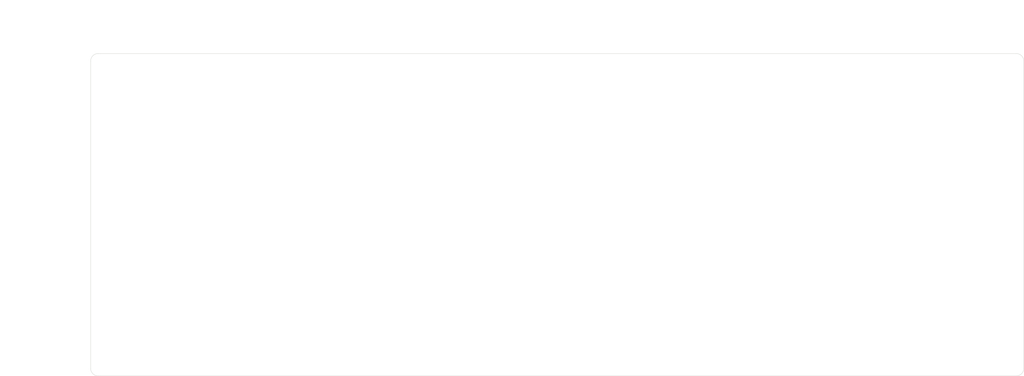
<source format=kicad_pcb>
(kicad_pcb (version 20221018) (generator pcbnew)
  (title_block (title "Slab40 SwitchFoam") (date "2024-08-09") (rev "v1.0") (company "@ymkn"))
  (layers (0 "F.Cu" signal) (31 "B.Cu" signal) (34 "B.Paste" user) (35 "F.Paste" user) (36 "B.SilkS" user "B.Silkscreen") (37 "F.SilkS" user "F.Silkscreen") (38 "B.Mask" user) (39 "F.Mask" user) (44 "Edge.Cuts" user))
  (net 0 "")
  (footprint "SwitchFoam:SwitchFoam_Stab_MX_2u" (layer "F.Cu") (at 264.31875 114.3)
    (fp_text reference "REF**" hide)
    (fp_text value "SwitchFoam_Stab_MX_2u" hide)
    (pad "" np_thru_hole circle (at -11.90625 -6.985) (size 3.5 3.5) (drill 3.5) (layers "F&B.Cu" "*.Mask"))
    (pad "" np_thru_hole circle (at -11.90625 8.255) (size 4 4) (drill 4) (layers "F&B.Cu" "*.Mask"))
    (pad "" np_thru_hole circle (at 11.90625 -6.985) (size 3.5 3.5) (drill 3.5) (layers "F&B.Cu" "*.Mask"))
    (pad "" np_thru_hole circle (at 11.90625 8.255) (size 4 4) (drill 4) (layers "F&B.Cu" "*.Mask"))
  )
  (footprint "SwitchFoam:SwitchFoam_Stab_MX_2u" (layer "F.Cu") (at 173.83125 114.3)
    (fp_text reference "REF**" hide)
    (fp_text value "SwitchFoam_Stab_MX_2u" hide)
    (pad "" np_thru_hole circle (at -11.90625 -6.985) (size 3.5 3.5) (drill 3.5) (layers "F&B.Cu" "*.Mask"))
    (pad "" np_thru_hole circle (at -11.90625 8.255) (size 4 4) (drill 4) (layers "F&B.Cu" "*.Mask"))
    (pad "" np_thru_hole circle (at 11.90625 -6.985) (size 3.5 3.5) (drill 3.5) (layers "F&B.Cu" "*.Mask"))
    (pad "" np_thru_hole circle (at 11.90625 8.255) (size 4 4) (drill 4) (layers "F&B.Cu" "*.Mask"))
  )
  (footprint "SwitchFoam:SwitchFoam_Stab_MX_2.75u" (layer "F.Cu") (at 219.075 114.3)
    (fp_text reference "REF**" hide)
    (fp_text value "SwitchFoam_Stab_MX_2.75u" hide)
    (pad "" np_thru_hole circle (at -11.90625 -6.985) (size 3.5 3.5) (drill 3.5) (layers "F&B.Cu" "*.Mask"))
    (pad "" np_thru_hole circle (at -11.90625 8.255) (size 4 4) (drill 4) (layers "F&B.Cu" "*.Mask"))
    (pad "" np_thru_hole circle (at 11.90625 -6.985) (size 3.5 3.5) (drill 3.5) (layers "F&B.Cu" "*.Mask"))
    (pad "" np_thru_hole circle (at 11.90625 8.255) (size 4 4) (drill 4) (layers "F&B.Cu" "*.Mask"))
  )
  (footprint "SwitchFoam:SwitchFoam_1u" (layer "B.Cu") (at 214.3125 95.25 180)
    (fp_text reference "SW20" hide)
    (fp_text value "SW_Push" hide)
    (pad "" np_thru_hole circle (at -5.08 0 180) (size 2 2) (drill 2) (layers "F&B.Cu" "*.Mask"))
    (pad "" np_thru_hole circle (at 0 0 180) (size 4 4) (drill 4) (layers "F&B.Cu" "*.Mask"))
    (pad "" np_thru_hole circle (at 5.08 0 180) (size 2 2) (drill 2) (layers "F&B.Cu" "*.Mask"))
  )
  (footprint "SwitchFoam:SwitchFoam_1u" (layer "B.Cu") (at 264.31875 114.3 180)
    (fp_text reference "SW31" hide)
    (fp_text value "SW_Push" hide)
    (pad "" np_thru_hole circle (at -5.08 0 180) (size 2 2) (drill 2) (layers "F&B.Cu" "*.Mask"))
    (pad "" np_thru_hole circle (at 0 0 180) (size 4 4) (drill 4) (layers "F&B.Cu" "*.Mask"))
    (pad "" np_thru_hole circle (at 5.08 0 180) (size 2 2) (drill 2) (layers "F&B.Cu" "*.Mask"))
  )
  (footprint "SwitchFoam:SwitchFoam_1u" (layer "B.Cu") (at 128.5875 57.15 180)
    (fp_text reference "SW5" hide)
    (fp_text value "SW_Push" hide)
    (pad "" np_thru_hole circle (at -5.08 0 180) (size 2 2) (drill 2) (layers "F&B.Cu" "*.Mask"))
    (pad "" np_thru_hole circle (at 0 0 180) (size 4 4) (drill 4) (layers "F&B.Cu" "*.Mask"))
    (pad "" np_thru_hole circle (at 5.08 0 180) (size 2 2) (drill 2) (layers "F&B.Cu" "*.Mask"))
  )
  (footprint "SwitchFoam:SwitchFoam_1.5u" (layer "B.Cu") (at 328.6125 114.3 180)
    (fp_text reference "SW41" hide)
    (fp_text value "SW_Push" hide)
    (pad "" np_thru_hole circle (at -5.08 0 180) (size 2 2) (drill 2) (layers "F&B.Cu" "*.Mask"))
    (pad "" np_thru_hole circle (at 0 0 180) (size 4 4) (drill 4) (layers "F&B.Cu" "*.Mask"))
    (pad "" np_thru_hole circle (at 5.08 0 180) (size 2 2) (drill 2) (layers "F&B.Cu" "*.Mask"))
  )
  (footprint "SwitchFoam:SwitchFoam_1u" (layer "B.Cu") (at 147.6375 57.15 180)
    (fp_text reference "SW8" hide)
    (fp_text value "SW_Push" hide)
    (pad "" np_thru_hole circle (at -5.08 0 180) (size 2 2) (drill 2) (layers "F&B.Cu" "*.Mask"))
    (pad "" np_thru_hole circle (at 0 0 180) (size 4 4) (drill 4) (layers "F&B.Cu" "*.Mask"))
    (pad "" np_thru_hole circle (at 5.08 0 180) (size 2 2) (drill 2) (layers "F&B.Cu" "*.Mask"))
  )
  (footprint "SwitchFoam:SwitchFoam_1u" (layer "B.Cu") (at 285.75 76.2 180)
    (fp_text reference "SW33" hide)
    (fp_text value "SW_Push" hide)
    (pad "" np_thru_hole circle (at -5.08 0 180) (size 2 2) (drill 2) (layers "F&B.Cu" "*.Mask"))
    (pad "" np_thru_hole circle (at 0 0 180) (size 4 4) (drill 4) (layers "F&B.Cu" "*.Mask"))
    (pad "" np_thru_hole circle (at 5.08 0 180) (size 2 2) (drill 2) (layers "F&B.Cu" "*.Mask"))
  )
  (footprint "SwitchFoam:SwitchFoam_1u" (layer "B.Cu") (at 290.5125 95.25 180)
    (fp_text reference "SW34" hide)
    (fp_text value "SW_Push" hide)
    (pad "" np_thru_hole circle (at -5.08 0 180) (size 2 2) (drill 2) (layers "F&B.Cu" "*.Mask"))
    (pad "" np_thru_hole circle (at 0 0 180) (size 4 4) (drill 4) (layers "F&B.Cu" "*.Mask"))
    (pad "" np_thru_hole circle (at 5.08 0 180) (size 2 2) (drill 2) (layers "F&B.Cu" "*.Mask"))
  )
  (footprint "SwitchFoam:SwitchFoam_1u" (layer "B.Cu") (at 271.4625 95.25 180)
    (fp_text reference "SW30" hide)
    (fp_text value "SW_Push" hide)
    (pad "" np_thru_hole circle (at -5.08 0 180) (size 2 2) (drill 2) (layers "F&B.Cu" "*.Mask"))
    (pad "" np_thru_hole circle (at 0 0 180) (size 4 4) (drill 4) (layers "F&B.Cu" "*.Mask"))
    (pad "" np_thru_hole circle (at 5.08 0 180) (size 2 2) (drill 2) (layers "F&B.Cu" "*.Mask"))
  )
  (footprint "SwitchFoam:SwitchFoam_1u" (layer "B.Cu") (at 309.5625 95.25 180)
    (fp_text reference "SW37" hide)
    (fp_text value "SW_Push" hide)
    (pad "" np_thru_hole circle (at -5.08 0 180) (size 2 2) (drill 2) (layers "F&B.Cu" "*.Mask"))
    (pad "" np_thru_hole circle (at 0 0 180) (size 4 4) (drill 4) (layers "F&B.Cu" "*.Mask"))
    (pad "" np_thru_hole circle (at 5.08 0 180) (size 2 2) (drill 2) (layers "F&B.Cu" "*.Mask"))
  )
  (footprint "SwitchFoam:SwitchFoam_1u" (layer "B.Cu") (at 173.83125 114.3 180)
    (fp_text reference "SW14" hide)
    (fp_text value "SW_Push" hide)
    (pad "" np_thru_hole circle (at -5.08 0 180) (size 2 2) (drill 2) (layers "F&B.Cu" "*.Mask"))
    (pad "" np_thru_hole circle (at 0 0 180) (size 4 4) (drill 4) (layers "F&B.Cu" "*.Mask"))
    (pad "" np_thru_hole circle (at 5.08 0 180) (size 2 2) (drill 2) (layers "F&B.Cu" "*.Mask"))
  )
  (footprint "SwitchFoam:SwitchFoam_1.5u" (layer "B.Cu") (at 328.6125 76.2 180)
    (fp_text reference "SW39" hide)
    (fp_text value "SW_Push" hide)
    (pad "" np_thru_hole circle (at -5.08 0 180) (size 2 2) (drill 2) (layers "F&B.Cu" "*.Mask"))
    (pad "" np_thru_hole circle (at 0 0 180) (size 4 4) (drill 4) (layers "F&B.Cu" "*.Mask"))
    (pad "" np_thru_hole circle (at 5.08 0 180) (size 2 2) (drill 2) (layers "F&B.Cu" "*.Mask"))
  )
  (footprint "SwitchFoam:SwitchFoam_1.75u" (layer "B.Cu") (at 326.23125 57.15 180)
    (fp_text reference "SW38" hide)
    (fp_text value "SW_Push" hide)
    (pad "" np_thru_hole circle (at -5.08 0 180) (size 2 2) (drill 2) (layers "F&B.Cu" "*.Mask"))
    (pad "" np_thru_hole circle (at 0 0 180) (size 4 4) (drill 4) (layers "F&B.Cu" "*.Mask"))
    (pad "" np_thru_hole circle (at 5.08 0 180) (size 2 2) (drill 2) (layers "F&B.Cu" "*.Mask"))
  )
  (footprint "SwitchFoam:SwitchFoam_1u" (layer "B.Cu") (at 152.4 76.2 180)
    (fp_text reference "SW9" hide)
    (fp_text value "SW_Push" hide)
    (pad "" np_thru_hole circle (at -5.08 0 180) (size 2 2) (drill 2) (layers "F&B.Cu" "*.Mask"))
    (pad "" np_thru_hole circle (at 0 0 180) (size 4 4) (drill 4) (layers "F&B.Cu" "*.Mask"))
    (pad "" np_thru_hole circle (at 5.08 0 180) (size 2 2) (drill 2) (layers "F&B.Cu" "*.Mask"))
  )
  (footprint "SwitchFoam:SwitchFoam_1.25u" (layer "B.Cu") (at 330.99375 95.25 180)
    (fp_text reference "SW40" hide)
    (fp_text value "SW_Push" hide)
    (pad "" np_thru_hole circle (at -5.08 0 180) (size 2 2) (drill 2) (layers "F&B.Cu" "*.Mask"))
    (pad "" np_thru_hole circle (at 0 0 180) (size 4 4) (drill 4) (layers "F&B.Cu" "*.Mask"))
    (pad "" np_thru_hole circle (at 5.08 0 180) (size 2 2) (drill 2) (layers "F&B.Cu" "*.Mask"))
  )
  (footprint "SwitchFoam:SwitchFoam_1u" (layer "B.Cu") (at 171.45 76.2 180)
    (fp_text reference "SW12" hide)
    (fp_text value "SW_Push" hide)
    (pad "" np_thru_hole circle (at -5.08 0 180) (size 2 2) (drill 2) (layers "F&B.Cu" "*.Mask"))
    (pad "" np_thru_hole circle (at 0 0 180) (size 4 4) (drill 4) (layers "F&B.Cu" "*.Mask"))
    (pad "" np_thru_hole circle (at 5.08 0 180) (size 2 2) (drill 2) (layers "F&B.Cu" "*.Mask"))
  )
  (footprint "SwitchFoam:SwitchFoam_1u" (layer "B.Cu") (at 228.6 76.2 180)
    (fp_text reference "SW23" hide)
    (fp_text value "SW_Push" hide)
    (pad "" np_thru_hole circle (at -5.08 0 180) (size 2 2) (drill 2) (layers "F&B.Cu" "*.Mask"))
    (pad "" np_thru_hole circle (at 0 0 180) (size 4 4) (drill 4) (layers "F&B.Cu" "*.Mask"))
    (pad "" np_thru_hole circle (at 5.08 0 180) (size 2 2) (drill 2) (layers "F&B.Cu" "*.Mask"))
  )
  (footprint "SwitchFoam:SwitchFoam_1u" (layer "B.Cu") (at 190.5 76.2 180)
    (fp_text reference "SW16" hide)
    (fp_text value "SW_Push" hide)
    (pad "" np_thru_hole circle (at -5.08 0 180) (size 2 2) (drill 2) (layers "F&B.Cu" "*.Mask"))
    (pad "" np_thru_hole circle (at 0 0 180) (size 4 4) (drill 4) (layers "F&B.Cu" "*.Mask"))
    (pad "" np_thru_hole circle (at 5.08 0 180) (size 2 2) (drill 2) (layers "F&B.Cu" "*.Mask"))
  )
  (footprint "SwitchFoam:SwitchFoam_1u" (layer "B.Cu") (at 261.9375 57.15 180)
    (fp_text reference "SW28" hide)
    (fp_text value "SW_Push" hide)
    (pad "" np_thru_hole circle (at -5.08 0 180) (size 2 2) (drill 2) (layers "F&B.Cu" "*.Mask"))
    (pad "" np_thru_hole circle (at 0 0 180) (size 4 4) (drill 4) (layers "F&B.Cu" "*.Mask"))
    (pad "" np_thru_hole circle (at 5.08 0 180) (size 2 2) (drill 2) (layers "F&B.Cu" "*.Mask"))
  )
  (footprint "SwitchFoam:SwitchFoam_1u" (layer "B.Cu") (at 252.4125 95.25 180)
    (fp_text reference "SW27" hide)
    (fp_text value "SW_Push" hide)
    (pad "" np_thru_hole circle (at -5.08 0 180) (size 2 2) (drill 2) (layers "F&B.Cu" "*.Mask"))
    (pad "" np_thru_hole circle (at 0 0 180) (size 4 4) (drill 4) (layers "F&B.Cu" "*.Mask"))
    (pad "" np_thru_hole circle (at 5.08 0 180) (size 2 2) (drill 2) (layers "F&B.Cu" "*.Mask"))
  )
  (footprint "SwitchFoam:SwitchFoam_1u" (layer "B.Cu") (at 157.1625 95.25 180)
    (fp_text reference "SW10" hide)
    (fp_text value "SW_Push" hide)
    (pad "" np_thru_hole circle (at -5.08 0 180) (size 2 2) (drill 2) (layers "F&B.Cu" "*.Mask"))
    (pad "" np_thru_hole circle (at 0 0 180) (size 4 4) (drill 4) (layers "F&B.Cu" "*.Mask"))
    (pad "" np_thru_hole circle (at 5.08 0 180) (size 2 2) (drill 2) (layers "F&B.Cu" "*.Mask"))
  )
  (footprint "SwitchFoam:SwitchFoam_1u" (layer "B.Cu") (at 242.8875 57.15 180)
    (fp_text reference "SW25" hide)
    (fp_text value "SW_Push" hide)
    (pad "" np_thru_hole circle (at -5.08 0 180) (size 2 2) (drill 2) (layers "F&B.Cu" "*.Mask"))
    (pad "" np_thru_hole circle (at 0 0 180) (size 4 4) (drill 4) (layers "F&B.Cu" "*.Mask"))
    (pad "" np_thru_hole circle (at 5.08 0 180) (size 2 2) (drill 2) (layers "F&B.Cu" "*.Mask"))
  )
  (footprint "SwitchFoam:SwitchFoam_1u" (layer "B.Cu") (at 195.2625 95.25 180)
    (fp_text reference "SW17" hide)
    (fp_text value "SW_Push" hide)
    (pad "" np_thru_hole circle (at -5.08 0 180) (size 2 2) (drill 2) (layers "F&B.Cu" "*.Mask"))
    (pad "" np_thru_hole circle (at 0 0 180) (size 4 4) (drill 4) (layers "F&B.Cu" "*.Mask"))
    (pad "" np_thru_hole circle (at 5.08 0 180) (size 2 2) (drill 2) (layers "F&B.Cu" "*.Mask"))
  )
  (footprint "SwitchFoam:SwitchFoam_1.25u" (layer "B.Cu") (at 107.15625 57.15 180)
    (fp_text reference "SW1" hide)
    (fp_text value "SW_Push" hide)
    (pad "" np_thru_hole circle (at -5.08 0 180) (size 2 2) (drill 2) (layers "F&B.Cu" "*.Mask"))
    (pad "" np_thru_hole circle (at 0 0 180) (size 4 4) (drill 4) (layers "F&B.Cu" "*.Mask"))
    (pad "" np_thru_hole circle (at 5.08 0 180) (size 2 2) (drill 2) (layers "F&B.Cu" "*.Mask"))
  )
  (footprint "SwitchFoam:SwitchFoam_1u" (layer "B.Cu") (at 176.2125 95.25 180)
    (fp_text reference "SW13" hide)
    (fp_text value "SW_Push" hide)
    (pad "" np_thru_hole circle (at -5.08 0 180) (size 2 2) (drill 2) (layers "F&B.Cu" "*.Mask"))
    (pad "" np_thru_hole circle (at 0 0 180) (size 4 4) (drill 4) (layers "F&B.Cu" "*.Mask"))
    (pad "" np_thru_hole circle (at 5.08 0 180) (size 2 2) (drill 2) (layers "F&B.Cu" "*.Mask"))
  )
  (footprint "SwitchFoam:SwitchFoam_1u" (layer "B.Cu") (at 185.7375 57.15 180)
    (fp_text reference "SW15" hide)
    (fp_text value "SW_Push" hide)
    (pad "" np_thru_hole circle (at -5.08 0 180) (size 2 2) (drill 2) (layers "F&B.Cu" "*.Mask"))
    (pad "" np_thru_hole circle (at 0 0 180) (size 4 4) (drill 4) (layers "F&B.Cu" "*.Mask"))
    (pad "" np_thru_hole circle (at 5.08 0 180) (size 2 2) (drill 2) (layers "F&B.Cu" "*.Mask"))
  )
  (footprint "SwitchFoam:SwitchFoam_1u" (layer "B.Cu") (at 300.0375 57.15 180)
    (fp_text reference "SW35" hide)
    (fp_text value "SW_Push" hide)
    (pad "" np_thru_hole circle (at -5.08 0 180) (size 2 2) (drill 2) (layers "F&B.Cu" "*.Mask"))
    (pad "" np_thru_hole circle (at 0 0 180) (size 4 4) (drill 4) (layers "F&B.Cu" "*.Mask"))
    (pad "" np_thru_hole circle (at 5.08 0 180) (size 2 2) (drill 2) (layers "F&B.Cu" "*.Mask"))
  )
  (footprint "SwitchFoam:SwitchFoam_1u" (layer "B.Cu") (at 280.9875 57.15 180)
    (fp_text reference "SW32" hide)
    (fp_text value "SW_Push" hide)
    (pad "" np_thru_hole circle (at -5.08 0 180) (size 2 2) (drill 2) (layers "F&B.Cu" "*.Mask"))
    (pad "" np_thru_hole circle (at 0 0 180) (size 4 4) (drill 4) (layers "F&B.Cu" "*.Mask"))
    (pad "" np_thru_hole circle (at 5.08 0 180) (size 2 2) (drill 2) (layers "F&B.Cu" "*.Mask"))
  )
  (footprint "SwitchFoam:SwitchFoam_1u" (layer "B.Cu") (at 223.8375 57.15 180)
    (fp_text reference "SW22" hide)
    (fp_text value "SW_Push" hide)
    (pad "" np_thru_hole circle (at -5.08 0 180) (size 2 2) (drill 2) (layers "F&B.Cu" "*.Mask"))
    (pad "" np_thru_hole circle (at 0 0 180) (size 4 4) (drill 4) (layers "F&B.Cu" "*.Mask"))
    (pad "" np_thru_hole circle (at 5.08 0 180) (size 2 2) (drill 2) (layers "F&B.Cu" "*.Mask"))
  )
  (footprint "SwitchFoam:SwitchFoam_1u" (layer "B.Cu") (at 304.8 76.2 180)
    (fp_text reference "SW36" hide)
    (fp_text value "SW_Push" hide)
    (pad "" np_thru_hole circle (at -5.08 0 180) (size 2 2) (drill 2) (layers "F&B.Cu" "*.Mask"))
    (pad "" np_thru_hole circle (at 0 0 180) (size 4 4) (drill 4) (layers "F&B.Cu" "*.Mask"))
    (pad "" np_thru_hole circle (at 5.08 0 180) (size 2 2) (drill 2) (layers "F&B.Cu" "*.Mask"))
  )
  (footprint "SwitchFoam:SwitchFoam_1u" (layer "B.Cu") (at 166.6875 57.15 180)
    (fp_text reference "SW11" hide)
    (fp_text value "SW_Push" hide)
    (pad "" np_thru_hole circle (at -5.08 0 180) (size 2 2) (drill 2) (layers "F&B.Cu" "*.Mask"))
    (pad "" np_thru_hole circle (at 0 0 180) (size 4 4) (drill 4) (layers "F&B.Cu" "*.Mask"))
    (pad "" np_thru_hole circle (at 5.08 0 180) (size 2 2) (drill 2) (layers "F&B.Cu" "*.Mask"))
  )
  (footprint "SwitchFoam:SwitchFoam_1u" (layer "B.Cu") (at 209.55 76.2 180)
    (fp_text reference "SW19" hide)
    (fp_text value "SW_Push" hide)
    (pad "" np_thru_hole circle (at -5.08 0 180) (size 2 2) (drill 2) (layers "F&B.Cu" "*.Mask"))
    (pad "" np_thru_hole circle (at 0 0 180) (size 4 4) (drill 4) (layers "F&B.Cu" "*.Mask"))
    (pad "" np_thru_hole circle (at 5.08 0 180) (size 2 2) (drill 2) (layers "F&B.Cu" "*.Mask"))
  )
  (footprint "SwitchFoam:SwitchFoam_1u" (layer "B.Cu") (at 266.7 76.2 180)
    (fp_text reference "SW29" hide)
    (fp_text value "SW_Push" hide)
    (pad "" np_thru_hole circle (at -5.08 0 180) (size 2 2) (drill 2) (layers "F&B.Cu" "*.Mask"))
    (pad "" np_thru_hole circle (at 0 0 180) (size 4 4) (drill 4) (layers "F&B.Cu" "*.Mask"))
    (pad "" np_thru_hole circle (at 5.08 0 180) (size 2 2) (drill 2) (layers "F&B.Cu" "*.Mask"))
  )
  (footprint "SwitchFoam:SwitchFoam_1.5u" (layer "B.Cu") (at 109.5375 76.2 180)
    (fp_text reference "SW2" hide)
    (fp_text value "SW_Push" hide)
    (pad "" np_thru_hole circle (at -5.08 0 180) (size 2 2) (drill 2) (layers "F&B.Cu" "*.Mask"))
    (pad "" np_thru_hole circle (at 0 0 180) (size 4 4) (drill 4) (layers "F&B.Cu" "*.Mask"))
    (pad "" np_thru_hole circle (at 5.08 0 180) (size 2 2) (drill 2) (layers "F&B.Cu" "*.Mask"))
  )
  (footprint "SwitchFoam:SwitchFoam_1u" (layer "B.Cu") (at 219.075 114.3 180)
    (fp_text reference "SW21" hide)
    (fp_text value "SW_Push" hide)
    (pad "" np_thru_hole circle (at -5.08 0 180) (size 2 2) (drill 2) (layers "F&B.Cu" "*.Mask"))
    (pad "" np_thru_hole circle (at 0 0 180) (size 4 4) (drill 4) (layers "F&B.Cu" "*.Mask"))
    (pad "" np_thru_hole circle (at 5.08 0 180) (size 2 2) (drill 2) (layers "F&B.Cu" "*.Mask"))
  )
  (footprint "SwitchFoam:SwitchFoam_1u" (layer "B.Cu") (at 138.1125 95.25 180)
    (fp_text reference "SW7" hide)
    (fp_text value "SW_Push" hide)
    (pad "" np_thru_hole circle (at -5.08 0 180) (size 2 2) (drill 2) (layers "F&B.Cu" "*.Mask"))
    (pad "" np_thru_hole circle (at 0 0 180) (size 4 4) (drill 4) (layers "F&B.Cu" "*.Mask"))
    (pad "" np_thru_hole circle (at 5.08 0 180) (size 2 2) (drill 2) (layers "F&B.Cu" "*.Mask"))
  )
  (footprint "SwitchFoam:SwitchFoam_1u" (layer "B.Cu") (at 204.7875 57.15 180)
    (fp_text reference "SW18" hide)
    (fp_text value "SW_Push" hide)
    (pad "" np_thru_hole circle (at -5.08 0 180) (size 2 2) (drill 2) (layers "F&B.Cu" "*.Mask"))
    (pad "" np_thru_hole circle (at 0 0 180) (size 4 4) (drill 4) (layers "F&B.Cu" "*.Mask"))
    (pad "" np_thru_hole circle (at 5.08 0 180) (size 2 2) (drill 2) (layers "F&B.Cu" "*.Mask"))
  )
  (footprint "SwitchFoam:SwitchFoam_1u" (layer "B.Cu") (at 133.35 76.2 180)
    (fp_text reference "SW6" hide)
    (fp_text value "SW_Push" hide)
    (pad "" np_thru_hole circle (at -5.08 0 180) (size 2 2) (drill 2) (layers "F&B.Cu" "*.Mask"))
    (pad "" np_thru_hole circle (at 0 0 180) (size 4 4) (drill 4) (layers "F&B.Cu" "*.Mask"))
    (pad "" np_thru_hole circle (at 5.08 0 180) (size 2 2) (drill 2) (layers "F&B.Cu" "*.Mask"))
  )
  (footprint "SwitchFoam:SwitchFoam_1u" (layer "B.Cu") (at 247.65 76.2 180)
    (fp_text reference "SW26" hide)
    (fp_text value "SW_Push" hide)
    (pad "" np_thru_hole circle (at -5.08 0 180) (size 2 2) (drill 2) (layers "F&B.Cu" "*.Mask"))
    (pad "" np_thru_hole circle (at 0 0 180) (size 4 4) (drill 4) (layers "F&B.Cu" "*.Mask"))
    (pad "" np_thru_hole circle (at 5.08 0 180) (size 2 2) (drill 2) (layers "F&B.Cu" "*.Mask"))
  )
  (footprint "SwitchFoam:SwitchFoam_1.5u" (layer "B.Cu") (at 109.5375 114.3 180)
    (fp_text reference "SW4" hide)
    (fp_text value "SW_Push" hide)
    (pad "" np_thru_hole circle (at -5.08 0 180) (size 2 2) (drill 2) (layers "F&B.Cu" "*.Mask"))
    (pad "" np_thru_hole circle (at 0 0 180) (size 4 4) (drill 4) (layers "F&B.Cu" "*.Mask"))
    (pad "" np_thru_hole circle (at 5.08 0 180) (size 2 2) (drill 2) (layers "F&B.Cu" "*.Mask"))
  )
  (footprint "SwitchFoam:SwitchFoam_1u" (layer "B.Cu") (at 233.3625 95.25 180)
    (fp_text reference "SW24" hide)
    (fp_text value "SW_Push" hide)
    (pad "" np_thru_hole circle (at -5.08 0 180) (size 2 2) (drill 2) (layers "F&B.Cu" "*.Mask"))
    (pad "" np_thru_hole circle (at 0 0 180) (size 4 4) (drill 4) (layers "F&B.Cu" "*.Mask"))
    (pad "" np_thru_hole circle (at 5.08 0 180) (size 2 2) (drill 2) (layers "F&B.Cu" "*.Mask"))
  )
  (footprint "SwitchFoam:SwitchFoam_1.75u" (layer "B.Cu") (at 111.91875 95.25 180)
    (fp_text reference "SW3" hide)
    (fp_text value "SW_Push" hide)
    (pad "" np_thru_hole circle (at -5.08 0 180) (size 2 2) (drill 2) (layers "F&B.Cu" "*.Mask"))
    (pad "" np_thru_hole circle (at 0 0 180) (size 4 4) (drill 4) (layers "F&B.Cu" "*.Mask"))
    (pad "" np_thru_hole circle (at 5.08 0 180) (size 2 2) (drill 2) (layers "F&B.Cu" "*.Mask"))
  )
  (gr_line (start 341.25 128.625) (end 97.25 128.625) (stroke (width 0.1)) (layer "Edge.Cuts"))
  (gr_arc (start 97.25 128.625) (mid 95.835786 128.039214) (end 95.25 126.625) (stroke (width 0.1)) (layer "Edge.Cuts"))
  (gr_line (start 343.25 44.825) (end 343.25 126.625) (stroke (width 0.1)) (layer "Edge.Cuts"))
  (gr_arc (start 95.25 44.825) (mid 95.835786 43.410786) (end 97.25 42.825) (stroke (width 0.1)) (layer "Edge.Cuts"))
  (gr_line (start 97.25 42.825) (end 341.25 42.825) (stroke (width 0.1)) (layer "Edge.Cuts"))
  (gr_line (start 95.25 126.625) (end 95.25 44.825) (stroke (width 0.1)) (layer "Edge.Cuts"))
  (gr_arc (start 343.25 126.625) (mid 342.664214 128.039214) (end 341.25 128.625) (stroke (width 0.1)) (layer "Edge.Cuts"))
  (gr_arc (start 341.25 42.825) (mid 342.664214 43.410786) (end 343.25 44.825) (stroke (width 0.1)) (layer "Edge.Cuts"))
)
</source>
